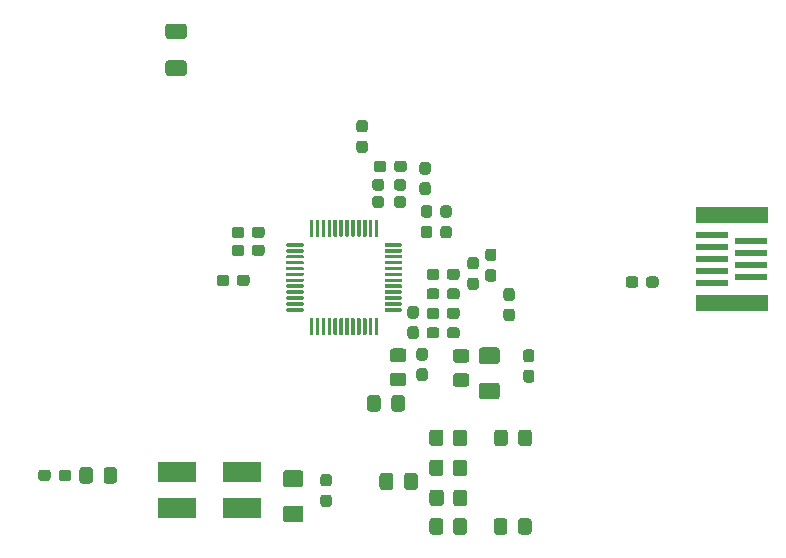
<source format=gtp>
G04 #@! TF.GenerationSoftware,KiCad,Pcbnew,(5.1.12)-1*
G04 #@! TF.CreationDate,2021-12-17T11:46:06+01:00*
G04 #@! TF.ProjectId,eth_phy_KSZ8041MLL_mezzanine,6574685f-7068-4795-9f4b-535a38303431,rev?*
G04 #@! TF.SameCoordinates,Original*
G04 #@! TF.FileFunction,Paste,Top*
G04 #@! TF.FilePolarity,Positive*
%FSLAX46Y46*%
G04 Gerber Fmt 4.6, Leading zero omitted, Abs format (unit mm)*
G04 Created by KiCad (PCBNEW (5.1.12)-1) date 2021-12-17 11:46:06*
%MOMM*%
%LPD*%
G01*
G04 APERTURE LIST*
%ADD10R,6.096000X1.397000*%
%ADD11R,2.794000X0.609600*%
%ADD12R,3.300000X1.700000*%
G04 APERTURE END LIST*
G36*
G01*
X140479400Y-120314601D02*
X140479400Y-119414599D01*
G75*
G02*
X140729399Y-119164600I249999J0D01*
G01*
X141379401Y-119164600D01*
G75*
G02*
X141629400Y-119414599I0J-249999D01*
G01*
X141629400Y-120314601D01*
G75*
G02*
X141379401Y-120564600I-249999J0D01*
G01*
X140729399Y-120564600D01*
G75*
G02*
X140479400Y-120314601I0J249999D01*
G01*
G37*
G36*
G01*
X138429400Y-120314601D02*
X138429400Y-119414599D01*
G75*
G02*
X138679399Y-119164600I249999J0D01*
G01*
X139329401Y-119164600D01*
G75*
G02*
X139579400Y-119414599I0J-249999D01*
G01*
X139579400Y-120314601D01*
G75*
G02*
X139329401Y-120564600I-249999J0D01*
G01*
X138679399Y-120564600D01*
G75*
G02*
X138429400Y-120314601I0J249999D01*
G01*
G37*
D10*
X158537000Y-100991100D03*
X158537000Y-108436100D03*
D11*
X156886000Y-102713600D03*
X160188000Y-103213600D03*
X156886000Y-103713600D03*
X160188000Y-104213600D03*
X156886000Y-104713600D03*
X160188000Y-105213600D03*
X156886000Y-105713600D03*
X160188000Y-106213600D03*
X156886000Y-106713600D03*
G36*
G01*
X128630000Y-109773600D02*
X128630000Y-111098600D01*
G75*
G02*
X128555000Y-111173600I-75000J0D01*
G01*
X128405000Y-111173600D01*
G75*
G02*
X128330000Y-111098600I0J75000D01*
G01*
X128330000Y-109773600D01*
G75*
G02*
X128405000Y-109698600I75000J0D01*
G01*
X128555000Y-109698600D01*
G75*
G02*
X128630000Y-109773600I0J-75000D01*
G01*
G37*
G36*
G01*
X128130000Y-109773600D02*
X128130000Y-111098600D01*
G75*
G02*
X128055000Y-111173600I-75000J0D01*
G01*
X127905000Y-111173600D01*
G75*
G02*
X127830000Y-111098600I0J75000D01*
G01*
X127830000Y-109773600D01*
G75*
G02*
X127905000Y-109698600I75000J0D01*
G01*
X128055000Y-109698600D01*
G75*
G02*
X128130000Y-109773600I0J-75000D01*
G01*
G37*
G36*
G01*
X127630000Y-109773600D02*
X127630000Y-111098600D01*
G75*
G02*
X127555000Y-111173600I-75000J0D01*
G01*
X127405000Y-111173600D01*
G75*
G02*
X127330000Y-111098600I0J75000D01*
G01*
X127330000Y-109773600D01*
G75*
G02*
X127405000Y-109698600I75000J0D01*
G01*
X127555000Y-109698600D01*
G75*
G02*
X127630000Y-109773600I0J-75000D01*
G01*
G37*
G36*
G01*
X127130000Y-109773600D02*
X127130000Y-111098600D01*
G75*
G02*
X127055000Y-111173600I-75000J0D01*
G01*
X126905000Y-111173600D01*
G75*
G02*
X126830000Y-111098600I0J75000D01*
G01*
X126830000Y-109773600D01*
G75*
G02*
X126905000Y-109698600I75000J0D01*
G01*
X127055000Y-109698600D01*
G75*
G02*
X127130000Y-109773600I0J-75000D01*
G01*
G37*
G36*
G01*
X126630000Y-109773600D02*
X126630000Y-111098600D01*
G75*
G02*
X126555000Y-111173600I-75000J0D01*
G01*
X126405000Y-111173600D01*
G75*
G02*
X126330000Y-111098600I0J75000D01*
G01*
X126330000Y-109773600D01*
G75*
G02*
X126405000Y-109698600I75000J0D01*
G01*
X126555000Y-109698600D01*
G75*
G02*
X126630000Y-109773600I0J-75000D01*
G01*
G37*
G36*
G01*
X126130000Y-109773600D02*
X126130000Y-111098600D01*
G75*
G02*
X126055000Y-111173600I-75000J0D01*
G01*
X125905000Y-111173600D01*
G75*
G02*
X125830000Y-111098600I0J75000D01*
G01*
X125830000Y-109773600D01*
G75*
G02*
X125905000Y-109698600I75000J0D01*
G01*
X126055000Y-109698600D01*
G75*
G02*
X126130000Y-109773600I0J-75000D01*
G01*
G37*
G36*
G01*
X125630000Y-109773600D02*
X125630000Y-111098600D01*
G75*
G02*
X125555000Y-111173600I-75000J0D01*
G01*
X125405000Y-111173600D01*
G75*
G02*
X125330000Y-111098600I0J75000D01*
G01*
X125330000Y-109773600D01*
G75*
G02*
X125405000Y-109698600I75000J0D01*
G01*
X125555000Y-109698600D01*
G75*
G02*
X125630000Y-109773600I0J-75000D01*
G01*
G37*
G36*
G01*
X125130000Y-109773600D02*
X125130000Y-111098600D01*
G75*
G02*
X125055000Y-111173600I-75000J0D01*
G01*
X124905000Y-111173600D01*
G75*
G02*
X124830000Y-111098600I0J75000D01*
G01*
X124830000Y-109773600D01*
G75*
G02*
X124905000Y-109698600I75000J0D01*
G01*
X125055000Y-109698600D01*
G75*
G02*
X125130000Y-109773600I0J-75000D01*
G01*
G37*
G36*
G01*
X124630000Y-109773600D02*
X124630000Y-111098600D01*
G75*
G02*
X124555000Y-111173600I-75000J0D01*
G01*
X124405000Y-111173600D01*
G75*
G02*
X124330000Y-111098600I0J75000D01*
G01*
X124330000Y-109773600D01*
G75*
G02*
X124405000Y-109698600I75000J0D01*
G01*
X124555000Y-109698600D01*
G75*
G02*
X124630000Y-109773600I0J-75000D01*
G01*
G37*
G36*
G01*
X124130000Y-109773600D02*
X124130000Y-111098600D01*
G75*
G02*
X124055000Y-111173600I-75000J0D01*
G01*
X123905000Y-111173600D01*
G75*
G02*
X123830000Y-111098600I0J75000D01*
G01*
X123830000Y-109773600D01*
G75*
G02*
X123905000Y-109698600I75000J0D01*
G01*
X124055000Y-109698600D01*
G75*
G02*
X124130000Y-109773600I0J-75000D01*
G01*
G37*
G36*
G01*
X123630000Y-109773600D02*
X123630000Y-111098600D01*
G75*
G02*
X123555000Y-111173600I-75000J0D01*
G01*
X123405000Y-111173600D01*
G75*
G02*
X123330000Y-111098600I0J75000D01*
G01*
X123330000Y-109773600D01*
G75*
G02*
X123405000Y-109698600I75000J0D01*
G01*
X123555000Y-109698600D01*
G75*
G02*
X123630000Y-109773600I0J-75000D01*
G01*
G37*
G36*
G01*
X123130000Y-109773600D02*
X123130000Y-111098600D01*
G75*
G02*
X123055000Y-111173600I-75000J0D01*
G01*
X122905000Y-111173600D01*
G75*
G02*
X122830000Y-111098600I0J75000D01*
G01*
X122830000Y-109773600D01*
G75*
G02*
X122905000Y-109698600I75000J0D01*
G01*
X123055000Y-109698600D01*
G75*
G02*
X123130000Y-109773600I0J-75000D01*
G01*
G37*
G36*
G01*
X122305000Y-108948600D02*
X122305000Y-109098600D01*
G75*
G02*
X122230000Y-109173600I-75000J0D01*
G01*
X120905000Y-109173600D01*
G75*
G02*
X120830000Y-109098600I0J75000D01*
G01*
X120830000Y-108948600D01*
G75*
G02*
X120905000Y-108873600I75000J0D01*
G01*
X122230000Y-108873600D01*
G75*
G02*
X122305000Y-108948600I0J-75000D01*
G01*
G37*
G36*
G01*
X122305000Y-108448600D02*
X122305000Y-108598600D01*
G75*
G02*
X122230000Y-108673600I-75000J0D01*
G01*
X120905000Y-108673600D01*
G75*
G02*
X120830000Y-108598600I0J75000D01*
G01*
X120830000Y-108448600D01*
G75*
G02*
X120905000Y-108373600I75000J0D01*
G01*
X122230000Y-108373600D01*
G75*
G02*
X122305000Y-108448600I0J-75000D01*
G01*
G37*
G36*
G01*
X122305000Y-107948600D02*
X122305000Y-108098600D01*
G75*
G02*
X122230000Y-108173600I-75000J0D01*
G01*
X120905000Y-108173600D01*
G75*
G02*
X120830000Y-108098600I0J75000D01*
G01*
X120830000Y-107948600D01*
G75*
G02*
X120905000Y-107873600I75000J0D01*
G01*
X122230000Y-107873600D01*
G75*
G02*
X122305000Y-107948600I0J-75000D01*
G01*
G37*
G36*
G01*
X122305000Y-107448600D02*
X122305000Y-107598600D01*
G75*
G02*
X122230000Y-107673600I-75000J0D01*
G01*
X120905000Y-107673600D01*
G75*
G02*
X120830000Y-107598600I0J75000D01*
G01*
X120830000Y-107448600D01*
G75*
G02*
X120905000Y-107373600I75000J0D01*
G01*
X122230000Y-107373600D01*
G75*
G02*
X122305000Y-107448600I0J-75000D01*
G01*
G37*
G36*
G01*
X122305000Y-106948600D02*
X122305000Y-107098600D01*
G75*
G02*
X122230000Y-107173600I-75000J0D01*
G01*
X120905000Y-107173600D01*
G75*
G02*
X120830000Y-107098600I0J75000D01*
G01*
X120830000Y-106948600D01*
G75*
G02*
X120905000Y-106873600I75000J0D01*
G01*
X122230000Y-106873600D01*
G75*
G02*
X122305000Y-106948600I0J-75000D01*
G01*
G37*
G36*
G01*
X122305000Y-106448600D02*
X122305000Y-106598600D01*
G75*
G02*
X122230000Y-106673600I-75000J0D01*
G01*
X120905000Y-106673600D01*
G75*
G02*
X120830000Y-106598600I0J75000D01*
G01*
X120830000Y-106448600D01*
G75*
G02*
X120905000Y-106373600I75000J0D01*
G01*
X122230000Y-106373600D01*
G75*
G02*
X122305000Y-106448600I0J-75000D01*
G01*
G37*
G36*
G01*
X122305000Y-105948600D02*
X122305000Y-106098600D01*
G75*
G02*
X122230000Y-106173600I-75000J0D01*
G01*
X120905000Y-106173600D01*
G75*
G02*
X120830000Y-106098600I0J75000D01*
G01*
X120830000Y-105948600D01*
G75*
G02*
X120905000Y-105873600I75000J0D01*
G01*
X122230000Y-105873600D01*
G75*
G02*
X122305000Y-105948600I0J-75000D01*
G01*
G37*
G36*
G01*
X122305000Y-105448600D02*
X122305000Y-105598600D01*
G75*
G02*
X122230000Y-105673600I-75000J0D01*
G01*
X120905000Y-105673600D01*
G75*
G02*
X120830000Y-105598600I0J75000D01*
G01*
X120830000Y-105448600D01*
G75*
G02*
X120905000Y-105373600I75000J0D01*
G01*
X122230000Y-105373600D01*
G75*
G02*
X122305000Y-105448600I0J-75000D01*
G01*
G37*
G36*
G01*
X122305000Y-104948600D02*
X122305000Y-105098600D01*
G75*
G02*
X122230000Y-105173600I-75000J0D01*
G01*
X120905000Y-105173600D01*
G75*
G02*
X120830000Y-105098600I0J75000D01*
G01*
X120830000Y-104948600D01*
G75*
G02*
X120905000Y-104873600I75000J0D01*
G01*
X122230000Y-104873600D01*
G75*
G02*
X122305000Y-104948600I0J-75000D01*
G01*
G37*
G36*
G01*
X122305000Y-104448600D02*
X122305000Y-104598600D01*
G75*
G02*
X122230000Y-104673600I-75000J0D01*
G01*
X120905000Y-104673600D01*
G75*
G02*
X120830000Y-104598600I0J75000D01*
G01*
X120830000Y-104448600D01*
G75*
G02*
X120905000Y-104373600I75000J0D01*
G01*
X122230000Y-104373600D01*
G75*
G02*
X122305000Y-104448600I0J-75000D01*
G01*
G37*
G36*
G01*
X122305000Y-103948600D02*
X122305000Y-104098600D01*
G75*
G02*
X122230000Y-104173600I-75000J0D01*
G01*
X120905000Y-104173600D01*
G75*
G02*
X120830000Y-104098600I0J75000D01*
G01*
X120830000Y-103948600D01*
G75*
G02*
X120905000Y-103873600I75000J0D01*
G01*
X122230000Y-103873600D01*
G75*
G02*
X122305000Y-103948600I0J-75000D01*
G01*
G37*
G36*
G01*
X122305000Y-103448600D02*
X122305000Y-103598600D01*
G75*
G02*
X122230000Y-103673600I-75000J0D01*
G01*
X120905000Y-103673600D01*
G75*
G02*
X120830000Y-103598600I0J75000D01*
G01*
X120830000Y-103448600D01*
G75*
G02*
X120905000Y-103373600I75000J0D01*
G01*
X122230000Y-103373600D01*
G75*
G02*
X122305000Y-103448600I0J-75000D01*
G01*
G37*
G36*
G01*
X123130000Y-101448600D02*
X123130000Y-102773600D01*
G75*
G02*
X123055000Y-102848600I-75000J0D01*
G01*
X122905000Y-102848600D01*
G75*
G02*
X122830000Y-102773600I0J75000D01*
G01*
X122830000Y-101448600D01*
G75*
G02*
X122905000Y-101373600I75000J0D01*
G01*
X123055000Y-101373600D01*
G75*
G02*
X123130000Y-101448600I0J-75000D01*
G01*
G37*
G36*
G01*
X123630000Y-101448600D02*
X123630000Y-102773600D01*
G75*
G02*
X123555000Y-102848600I-75000J0D01*
G01*
X123405000Y-102848600D01*
G75*
G02*
X123330000Y-102773600I0J75000D01*
G01*
X123330000Y-101448600D01*
G75*
G02*
X123405000Y-101373600I75000J0D01*
G01*
X123555000Y-101373600D01*
G75*
G02*
X123630000Y-101448600I0J-75000D01*
G01*
G37*
G36*
G01*
X124130000Y-101448600D02*
X124130000Y-102773600D01*
G75*
G02*
X124055000Y-102848600I-75000J0D01*
G01*
X123905000Y-102848600D01*
G75*
G02*
X123830000Y-102773600I0J75000D01*
G01*
X123830000Y-101448600D01*
G75*
G02*
X123905000Y-101373600I75000J0D01*
G01*
X124055000Y-101373600D01*
G75*
G02*
X124130000Y-101448600I0J-75000D01*
G01*
G37*
G36*
G01*
X124630000Y-101448600D02*
X124630000Y-102773600D01*
G75*
G02*
X124555000Y-102848600I-75000J0D01*
G01*
X124405000Y-102848600D01*
G75*
G02*
X124330000Y-102773600I0J75000D01*
G01*
X124330000Y-101448600D01*
G75*
G02*
X124405000Y-101373600I75000J0D01*
G01*
X124555000Y-101373600D01*
G75*
G02*
X124630000Y-101448600I0J-75000D01*
G01*
G37*
G36*
G01*
X125130000Y-101448600D02*
X125130000Y-102773600D01*
G75*
G02*
X125055000Y-102848600I-75000J0D01*
G01*
X124905000Y-102848600D01*
G75*
G02*
X124830000Y-102773600I0J75000D01*
G01*
X124830000Y-101448600D01*
G75*
G02*
X124905000Y-101373600I75000J0D01*
G01*
X125055000Y-101373600D01*
G75*
G02*
X125130000Y-101448600I0J-75000D01*
G01*
G37*
G36*
G01*
X125630000Y-101448600D02*
X125630000Y-102773600D01*
G75*
G02*
X125555000Y-102848600I-75000J0D01*
G01*
X125405000Y-102848600D01*
G75*
G02*
X125330000Y-102773600I0J75000D01*
G01*
X125330000Y-101448600D01*
G75*
G02*
X125405000Y-101373600I75000J0D01*
G01*
X125555000Y-101373600D01*
G75*
G02*
X125630000Y-101448600I0J-75000D01*
G01*
G37*
G36*
G01*
X126130000Y-101448600D02*
X126130000Y-102773600D01*
G75*
G02*
X126055000Y-102848600I-75000J0D01*
G01*
X125905000Y-102848600D01*
G75*
G02*
X125830000Y-102773600I0J75000D01*
G01*
X125830000Y-101448600D01*
G75*
G02*
X125905000Y-101373600I75000J0D01*
G01*
X126055000Y-101373600D01*
G75*
G02*
X126130000Y-101448600I0J-75000D01*
G01*
G37*
G36*
G01*
X126630000Y-101448600D02*
X126630000Y-102773600D01*
G75*
G02*
X126555000Y-102848600I-75000J0D01*
G01*
X126405000Y-102848600D01*
G75*
G02*
X126330000Y-102773600I0J75000D01*
G01*
X126330000Y-101448600D01*
G75*
G02*
X126405000Y-101373600I75000J0D01*
G01*
X126555000Y-101373600D01*
G75*
G02*
X126630000Y-101448600I0J-75000D01*
G01*
G37*
G36*
G01*
X127130000Y-101448600D02*
X127130000Y-102773600D01*
G75*
G02*
X127055000Y-102848600I-75000J0D01*
G01*
X126905000Y-102848600D01*
G75*
G02*
X126830000Y-102773600I0J75000D01*
G01*
X126830000Y-101448600D01*
G75*
G02*
X126905000Y-101373600I75000J0D01*
G01*
X127055000Y-101373600D01*
G75*
G02*
X127130000Y-101448600I0J-75000D01*
G01*
G37*
G36*
G01*
X127630000Y-101448600D02*
X127630000Y-102773600D01*
G75*
G02*
X127555000Y-102848600I-75000J0D01*
G01*
X127405000Y-102848600D01*
G75*
G02*
X127330000Y-102773600I0J75000D01*
G01*
X127330000Y-101448600D01*
G75*
G02*
X127405000Y-101373600I75000J0D01*
G01*
X127555000Y-101373600D01*
G75*
G02*
X127630000Y-101448600I0J-75000D01*
G01*
G37*
G36*
G01*
X128130000Y-101448600D02*
X128130000Y-102773600D01*
G75*
G02*
X128055000Y-102848600I-75000J0D01*
G01*
X127905000Y-102848600D01*
G75*
G02*
X127830000Y-102773600I0J75000D01*
G01*
X127830000Y-101448600D01*
G75*
G02*
X127905000Y-101373600I75000J0D01*
G01*
X128055000Y-101373600D01*
G75*
G02*
X128130000Y-101448600I0J-75000D01*
G01*
G37*
G36*
G01*
X128630000Y-101448600D02*
X128630000Y-102773600D01*
G75*
G02*
X128555000Y-102848600I-75000J0D01*
G01*
X128405000Y-102848600D01*
G75*
G02*
X128330000Y-102773600I0J75000D01*
G01*
X128330000Y-101448600D01*
G75*
G02*
X128405000Y-101373600I75000J0D01*
G01*
X128555000Y-101373600D01*
G75*
G02*
X128630000Y-101448600I0J-75000D01*
G01*
G37*
G36*
G01*
X130630000Y-103448600D02*
X130630000Y-103598600D01*
G75*
G02*
X130555000Y-103673600I-75000J0D01*
G01*
X129230000Y-103673600D01*
G75*
G02*
X129155000Y-103598600I0J75000D01*
G01*
X129155000Y-103448600D01*
G75*
G02*
X129230000Y-103373600I75000J0D01*
G01*
X130555000Y-103373600D01*
G75*
G02*
X130630000Y-103448600I0J-75000D01*
G01*
G37*
G36*
G01*
X130630000Y-103948600D02*
X130630000Y-104098600D01*
G75*
G02*
X130555000Y-104173600I-75000J0D01*
G01*
X129230000Y-104173600D01*
G75*
G02*
X129155000Y-104098600I0J75000D01*
G01*
X129155000Y-103948600D01*
G75*
G02*
X129230000Y-103873600I75000J0D01*
G01*
X130555000Y-103873600D01*
G75*
G02*
X130630000Y-103948600I0J-75000D01*
G01*
G37*
G36*
G01*
X130630000Y-104448600D02*
X130630000Y-104598600D01*
G75*
G02*
X130555000Y-104673600I-75000J0D01*
G01*
X129230000Y-104673600D01*
G75*
G02*
X129155000Y-104598600I0J75000D01*
G01*
X129155000Y-104448600D01*
G75*
G02*
X129230000Y-104373600I75000J0D01*
G01*
X130555000Y-104373600D01*
G75*
G02*
X130630000Y-104448600I0J-75000D01*
G01*
G37*
G36*
G01*
X130630000Y-104948600D02*
X130630000Y-105098600D01*
G75*
G02*
X130555000Y-105173600I-75000J0D01*
G01*
X129230000Y-105173600D01*
G75*
G02*
X129155000Y-105098600I0J75000D01*
G01*
X129155000Y-104948600D01*
G75*
G02*
X129230000Y-104873600I75000J0D01*
G01*
X130555000Y-104873600D01*
G75*
G02*
X130630000Y-104948600I0J-75000D01*
G01*
G37*
G36*
G01*
X130630000Y-105448600D02*
X130630000Y-105598600D01*
G75*
G02*
X130555000Y-105673600I-75000J0D01*
G01*
X129230000Y-105673600D01*
G75*
G02*
X129155000Y-105598600I0J75000D01*
G01*
X129155000Y-105448600D01*
G75*
G02*
X129230000Y-105373600I75000J0D01*
G01*
X130555000Y-105373600D01*
G75*
G02*
X130630000Y-105448600I0J-75000D01*
G01*
G37*
G36*
G01*
X130630000Y-105948600D02*
X130630000Y-106098600D01*
G75*
G02*
X130555000Y-106173600I-75000J0D01*
G01*
X129230000Y-106173600D01*
G75*
G02*
X129155000Y-106098600I0J75000D01*
G01*
X129155000Y-105948600D01*
G75*
G02*
X129230000Y-105873600I75000J0D01*
G01*
X130555000Y-105873600D01*
G75*
G02*
X130630000Y-105948600I0J-75000D01*
G01*
G37*
G36*
G01*
X130630000Y-106448600D02*
X130630000Y-106598600D01*
G75*
G02*
X130555000Y-106673600I-75000J0D01*
G01*
X129230000Y-106673600D01*
G75*
G02*
X129155000Y-106598600I0J75000D01*
G01*
X129155000Y-106448600D01*
G75*
G02*
X129230000Y-106373600I75000J0D01*
G01*
X130555000Y-106373600D01*
G75*
G02*
X130630000Y-106448600I0J-75000D01*
G01*
G37*
G36*
G01*
X130630000Y-106948600D02*
X130630000Y-107098600D01*
G75*
G02*
X130555000Y-107173600I-75000J0D01*
G01*
X129230000Y-107173600D01*
G75*
G02*
X129155000Y-107098600I0J75000D01*
G01*
X129155000Y-106948600D01*
G75*
G02*
X129230000Y-106873600I75000J0D01*
G01*
X130555000Y-106873600D01*
G75*
G02*
X130630000Y-106948600I0J-75000D01*
G01*
G37*
G36*
G01*
X130630000Y-107448600D02*
X130630000Y-107598600D01*
G75*
G02*
X130555000Y-107673600I-75000J0D01*
G01*
X129230000Y-107673600D01*
G75*
G02*
X129155000Y-107598600I0J75000D01*
G01*
X129155000Y-107448600D01*
G75*
G02*
X129230000Y-107373600I75000J0D01*
G01*
X130555000Y-107373600D01*
G75*
G02*
X130630000Y-107448600I0J-75000D01*
G01*
G37*
G36*
G01*
X130630000Y-107948600D02*
X130630000Y-108098600D01*
G75*
G02*
X130555000Y-108173600I-75000J0D01*
G01*
X129230000Y-108173600D01*
G75*
G02*
X129155000Y-108098600I0J75000D01*
G01*
X129155000Y-107948600D01*
G75*
G02*
X129230000Y-107873600I75000J0D01*
G01*
X130555000Y-107873600D01*
G75*
G02*
X130630000Y-107948600I0J-75000D01*
G01*
G37*
G36*
G01*
X130630000Y-108448600D02*
X130630000Y-108598600D01*
G75*
G02*
X130555000Y-108673600I-75000J0D01*
G01*
X129230000Y-108673600D01*
G75*
G02*
X129155000Y-108598600I0J75000D01*
G01*
X129155000Y-108448600D01*
G75*
G02*
X129230000Y-108373600I75000J0D01*
G01*
X130555000Y-108373600D01*
G75*
G02*
X130630000Y-108448600I0J-75000D01*
G01*
G37*
G36*
G01*
X130630000Y-108948600D02*
X130630000Y-109098600D01*
G75*
G02*
X130555000Y-109173600I-75000J0D01*
G01*
X129230000Y-109173600D01*
G75*
G02*
X129155000Y-109098600I0J75000D01*
G01*
X129155000Y-108948600D01*
G75*
G02*
X129230000Y-108873600I75000J0D01*
G01*
X130555000Y-108873600D01*
G75*
G02*
X130630000Y-108948600I0J-75000D01*
G01*
G37*
G36*
G01*
X104461000Y-122587599D02*
X104461000Y-123487601D01*
G75*
G02*
X104211001Y-123737600I-249999J0D01*
G01*
X103560999Y-123737600D01*
G75*
G02*
X103311000Y-123487601I0J249999D01*
G01*
X103311000Y-122587599D01*
G75*
G02*
X103560999Y-122337600I249999J0D01*
G01*
X104211001Y-122337600D01*
G75*
G02*
X104461000Y-122587599I0J-249999D01*
G01*
G37*
G36*
G01*
X106511000Y-122587599D02*
X106511000Y-123487601D01*
G75*
G02*
X106261001Y-123737600I-249999J0D01*
G01*
X105610999Y-123737600D01*
G75*
G02*
X105361000Y-123487601I0J249999D01*
G01*
X105361000Y-122587599D01*
G75*
G02*
X105610999Y-122337600I249999J0D01*
G01*
X106261001Y-122337600D01*
G75*
G02*
X106511000Y-122587599I0J-249999D01*
G01*
G37*
G36*
G01*
X135185999Y-114394400D02*
X136086001Y-114394400D01*
G75*
G02*
X136336000Y-114644399I0J-249999D01*
G01*
X136336000Y-115294401D01*
G75*
G02*
X136086001Y-115544400I-249999J0D01*
G01*
X135185999Y-115544400D01*
G75*
G02*
X134936000Y-115294401I0J249999D01*
G01*
X134936000Y-114644399D01*
G75*
G02*
X135185999Y-114394400I249999J0D01*
G01*
G37*
G36*
G01*
X135185999Y-112344400D02*
X136086001Y-112344400D01*
G75*
G02*
X136336000Y-112594399I0J-249999D01*
G01*
X136336000Y-113244401D01*
G75*
G02*
X136086001Y-113494400I-249999J0D01*
G01*
X135185999Y-113494400D01*
G75*
G02*
X134936000Y-113244401I0J249999D01*
G01*
X134936000Y-112594399D01*
G75*
G02*
X135185999Y-112344400I249999J0D01*
G01*
G37*
G36*
G01*
X129851999Y-114343600D02*
X130752001Y-114343600D01*
G75*
G02*
X131002000Y-114593599I0J-249999D01*
G01*
X131002000Y-115243601D01*
G75*
G02*
X130752001Y-115493600I-249999J0D01*
G01*
X129851999Y-115493600D01*
G75*
G02*
X129602000Y-115243601I0J249999D01*
G01*
X129602000Y-114593599D01*
G75*
G02*
X129851999Y-114343600I249999J0D01*
G01*
G37*
G36*
G01*
X129851999Y-112293600D02*
X130752001Y-112293600D01*
G75*
G02*
X131002000Y-112543599I0J-249999D01*
G01*
X131002000Y-113193601D01*
G75*
G02*
X130752001Y-113443600I-249999J0D01*
G01*
X129851999Y-113443600D01*
G75*
G02*
X129602000Y-113193601I0J249999D01*
G01*
X129602000Y-112543599D01*
G75*
G02*
X129851999Y-112293600I249999J0D01*
G01*
G37*
D12*
X117050000Y-125831600D03*
X111550000Y-125831600D03*
G36*
G01*
X131334500Y-110408600D02*
X131809500Y-110408600D01*
G75*
G02*
X132047000Y-110646100I0J-237500D01*
G01*
X132047000Y-111246100D01*
G75*
G02*
X131809500Y-111483600I-237500J0D01*
G01*
X131334500Y-111483600D01*
G75*
G02*
X131097000Y-111246100I0J237500D01*
G01*
X131097000Y-110646100D01*
G75*
G02*
X131334500Y-110408600I237500J0D01*
G01*
G37*
G36*
G01*
X131334500Y-108683600D02*
X131809500Y-108683600D01*
G75*
G02*
X132047000Y-108921100I0J-237500D01*
G01*
X132047000Y-109521100D01*
G75*
G02*
X131809500Y-109758600I-237500J0D01*
G01*
X131334500Y-109758600D01*
G75*
G02*
X131097000Y-109521100I0J237500D01*
G01*
X131097000Y-108921100D01*
G75*
G02*
X131334500Y-108683600I237500J0D01*
G01*
G37*
G36*
G01*
X129727000Y-117391601D02*
X129727000Y-116491599D01*
G75*
G02*
X129976999Y-116241600I249999J0D01*
G01*
X130627001Y-116241600D01*
G75*
G02*
X130877000Y-116491599I0J-249999D01*
G01*
X130877000Y-117391601D01*
G75*
G02*
X130627001Y-117641600I-249999J0D01*
G01*
X129976999Y-117641600D01*
G75*
G02*
X129727000Y-117391601I0J249999D01*
G01*
G37*
G36*
G01*
X127677000Y-117391601D02*
X127677000Y-116491599D01*
G75*
G02*
X127926999Y-116241600I249999J0D01*
G01*
X128577001Y-116241600D01*
G75*
G02*
X128827000Y-116491599I0J-249999D01*
G01*
X128827000Y-117391601D01*
G75*
G02*
X128577001Y-117641600I-249999J0D01*
G01*
X127926999Y-117641600D01*
G75*
G02*
X127677000Y-117391601I0J249999D01*
G01*
G37*
X117050000Y-122783600D03*
X111550000Y-122783600D03*
G36*
G01*
X116007000Y-106290100D02*
X116007000Y-106765100D01*
G75*
G02*
X115769500Y-107002600I-237500J0D01*
G01*
X115169500Y-107002600D01*
G75*
G02*
X114932000Y-106765100I0J237500D01*
G01*
X114932000Y-106290100D01*
G75*
G02*
X115169500Y-106052600I237500J0D01*
G01*
X115769500Y-106052600D01*
G75*
G02*
X116007000Y-106290100I0J-237500D01*
G01*
G37*
G36*
G01*
X117732000Y-106290100D02*
X117732000Y-106765100D01*
G75*
G02*
X117494500Y-107002600I-237500J0D01*
G01*
X116894500Y-107002600D01*
G75*
G02*
X116657000Y-106765100I0J237500D01*
G01*
X116657000Y-106290100D01*
G75*
G02*
X116894500Y-106052600I237500J0D01*
G01*
X117494500Y-106052600D01*
G75*
G02*
X117732000Y-106290100I0J-237500D01*
G01*
G37*
G36*
G01*
X134437000Y-107908100D02*
X134437000Y-107433100D01*
G75*
G02*
X134674500Y-107195600I237500J0D01*
G01*
X135274500Y-107195600D01*
G75*
G02*
X135512000Y-107433100I0J-237500D01*
G01*
X135512000Y-107908100D01*
G75*
G02*
X135274500Y-108145600I-237500J0D01*
G01*
X134674500Y-108145600D01*
G75*
G02*
X134437000Y-107908100I0J237500D01*
G01*
G37*
G36*
G01*
X132712000Y-107908100D02*
X132712000Y-107433100D01*
G75*
G02*
X132949500Y-107195600I237500J0D01*
G01*
X133549500Y-107195600D01*
G75*
G02*
X133787000Y-107433100I0J-237500D01*
G01*
X133787000Y-107908100D01*
G75*
G02*
X133549500Y-108145600I-237500J0D01*
G01*
X132949500Y-108145600D01*
G75*
G02*
X132712000Y-107908100I0J237500D01*
G01*
G37*
G36*
G01*
X134437000Y-111210100D02*
X134437000Y-110735100D01*
G75*
G02*
X134674500Y-110497600I237500J0D01*
G01*
X135274500Y-110497600D01*
G75*
G02*
X135512000Y-110735100I0J-237500D01*
G01*
X135512000Y-111210100D01*
G75*
G02*
X135274500Y-111447600I-237500J0D01*
G01*
X134674500Y-111447600D01*
G75*
G02*
X134437000Y-111210100I0J237500D01*
G01*
G37*
G36*
G01*
X132712000Y-111210100D02*
X132712000Y-110735100D01*
G75*
G02*
X132949500Y-110497600I237500J0D01*
G01*
X133549500Y-110497600D01*
G75*
G02*
X133787000Y-110735100I0J-237500D01*
G01*
X133787000Y-111210100D01*
G75*
G02*
X133549500Y-111447600I-237500J0D01*
G01*
X132949500Y-111447600D01*
G75*
G02*
X132712000Y-111210100I0J237500D01*
G01*
G37*
G36*
G01*
X129315500Y-96638100D02*
X129315500Y-97113100D01*
G75*
G02*
X129078000Y-97350600I-237500J0D01*
G01*
X128478000Y-97350600D01*
G75*
G02*
X128240500Y-97113100I0J237500D01*
G01*
X128240500Y-96638100D01*
G75*
G02*
X128478000Y-96400600I237500J0D01*
G01*
X129078000Y-96400600D01*
G75*
G02*
X129315500Y-96638100I0J-237500D01*
G01*
G37*
G36*
G01*
X131040500Y-96638100D02*
X131040500Y-97113100D01*
G75*
G02*
X130803000Y-97350600I-237500J0D01*
G01*
X130203000Y-97350600D01*
G75*
G02*
X129965500Y-97113100I0J237500D01*
G01*
X129965500Y-96638100D01*
G75*
G02*
X130203000Y-96400600I237500J0D01*
G01*
X130803000Y-96400600D01*
G75*
G02*
X131040500Y-96638100I0J-237500D01*
G01*
G37*
G36*
G01*
X112156001Y-86108100D02*
X110855999Y-86108100D01*
G75*
G02*
X110606000Y-85858101I0J249999D01*
G01*
X110606000Y-85033099D01*
G75*
G02*
X110855999Y-84783100I249999J0D01*
G01*
X112156001Y-84783100D01*
G75*
G02*
X112406000Y-85033099I0J-249999D01*
G01*
X112406000Y-85858101D01*
G75*
G02*
X112156001Y-86108100I-249999J0D01*
G01*
G37*
G36*
G01*
X112156001Y-89233100D02*
X110855999Y-89233100D01*
G75*
G02*
X110606000Y-88983101I0J249999D01*
G01*
X110606000Y-88158099D01*
G75*
G02*
X110855999Y-87908100I249999J0D01*
G01*
X112156001Y-87908100D01*
G75*
G02*
X112406000Y-88158099I0J-249999D01*
G01*
X112406000Y-88983101D01*
G75*
G02*
X112156001Y-89233100I-249999J0D01*
G01*
G37*
G36*
G01*
X132096500Y-113964600D02*
X132571500Y-113964600D01*
G75*
G02*
X132809000Y-114202100I0J-237500D01*
G01*
X132809000Y-114802100D01*
G75*
G02*
X132571500Y-115039600I-237500J0D01*
G01*
X132096500Y-115039600D01*
G75*
G02*
X131859000Y-114802100I0J237500D01*
G01*
X131859000Y-114202100D01*
G75*
G02*
X132096500Y-113964600I237500J0D01*
G01*
G37*
G36*
G01*
X132096500Y-112239600D02*
X132571500Y-112239600D01*
G75*
G02*
X132809000Y-112477100I0J-237500D01*
G01*
X132809000Y-113077100D01*
G75*
G02*
X132571500Y-113314600I-237500J0D01*
G01*
X132096500Y-113314600D01*
G75*
G02*
X131859000Y-113077100I0J237500D01*
G01*
X131859000Y-112477100D01*
G75*
G02*
X132096500Y-112239600I237500J0D01*
G01*
G37*
G36*
G01*
X134437000Y-106257100D02*
X134437000Y-105782100D01*
G75*
G02*
X134674500Y-105544600I237500J0D01*
G01*
X135274500Y-105544600D01*
G75*
G02*
X135512000Y-105782100I0J-237500D01*
G01*
X135512000Y-106257100D01*
G75*
G02*
X135274500Y-106494600I-237500J0D01*
G01*
X134674500Y-106494600D01*
G75*
G02*
X134437000Y-106257100I0J237500D01*
G01*
G37*
G36*
G01*
X132712000Y-106257100D02*
X132712000Y-105782100D01*
G75*
G02*
X132949500Y-105544600I237500J0D01*
G01*
X133549500Y-105544600D01*
G75*
G02*
X133787000Y-105782100I0J-237500D01*
G01*
X133787000Y-106257100D01*
G75*
G02*
X133549500Y-106494600I-237500J0D01*
G01*
X132949500Y-106494600D01*
G75*
G02*
X132712000Y-106257100I0J237500D01*
G01*
G37*
G36*
G01*
X137398600Y-115176600D02*
X138648600Y-115176600D01*
G75*
G02*
X138898600Y-115426600I0J-250000D01*
G01*
X138898600Y-116351600D01*
G75*
G02*
X138648600Y-116601600I-250000J0D01*
G01*
X137398600Y-116601600D01*
G75*
G02*
X137148600Y-116351600I0J250000D01*
G01*
X137148600Y-115426600D01*
G75*
G02*
X137398600Y-115176600I250000J0D01*
G01*
G37*
G36*
G01*
X137398600Y-112201600D02*
X138648600Y-112201600D01*
G75*
G02*
X138898600Y-112451600I0J-250000D01*
G01*
X138898600Y-113376600D01*
G75*
G02*
X138648600Y-113626600I-250000J0D01*
G01*
X137398600Y-113626600D01*
G75*
G02*
X137148600Y-113376600I0J250000D01*
G01*
X137148600Y-112451600D01*
G75*
G02*
X137398600Y-112201600I250000J0D01*
G01*
G37*
G36*
G01*
X117277000Y-103750100D02*
X117277000Y-104225100D01*
G75*
G02*
X117039500Y-104462600I-237500J0D01*
G01*
X116439500Y-104462600D01*
G75*
G02*
X116202000Y-104225100I0J237500D01*
G01*
X116202000Y-103750100D01*
G75*
G02*
X116439500Y-103512600I237500J0D01*
G01*
X117039500Y-103512600D01*
G75*
G02*
X117277000Y-103750100I0J-237500D01*
G01*
G37*
G36*
G01*
X119002000Y-103750100D02*
X119002000Y-104225100D01*
G75*
G02*
X118764500Y-104462600I-237500J0D01*
G01*
X118164500Y-104462600D01*
G75*
G02*
X117927000Y-104225100I0J237500D01*
G01*
X117927000Y-103750100D01*
G75*
G02*
X118164500Y-103512600I237500J0D01*
G01*
X118764500Y-103512600D01*
G75*
G02*
X119002000Y-103750100I0J-237500D01*
G01*
G37*
G36*
G01*
X117277000Y-102226100D02*
X117277000Y-102701100D01*
G75*
G02*
X117039500Y-102938600I-237500J0D01*
G01*
X116439500Y-102938600D01*
G75*
G02*
X116202000Y-102701100I0J237500D01*
G01*
X116202000Y-102226100D01*
G75*
G02*
X116439500Y-101988600I237500J0D01*
G01*
X117039500Y-101988600D01*
G75*
G02*
X117277000Y-102226100I0J-237500D01*
G01*
G37*
G36*
G01*
X119002000Y-102226100D02*
X119002000Y-102701100D01*
G75*
G02*
X118764500Y-102938600I-237500J0D01*
G01*
X118164500Y-102938600D01*
G75*
G02*
X117927000Y-102701100I0J237500D01*
G01*
X117927000Y-102226100D01*
G75*
G02*
X118164500Y-101988600I237500J0D01*
G01*
X118764500Y-101988600D01*
G75*
G02*
X119002000Y-102226100I0J-237500D01*
G01*
G37*
G36*
G01*
X134437000Y-109559100D02*
X134437000Y-109084100D01*
G75*
G02*
X134674500Y-108846600I237500J0D01*
G01*
X135274500Y-108846600D01*
G75*
G02*
X135512000Y-109084100I0J-237500D01*
G01*
X135512000Y-109559100D01*
G75*
G02*
X135274500Y-109796600I-237500J0D01*
G01*
X134674500Y-109796600D01*
G75*
G02*
X134437000Y-109559100I0J237500D01*
G01*
G37*
G36*
G01*
X132712000Y-109559100D02*
X132712000Y-109084100D01*
G75*
G02*
X132949500Y-108846600I237500J0D01*
G01*
X133549500Y-108846600D01*
G75*
G02*
X133787000Y-109084100I0J-237500D01*
G01*
X133787000Y-109559100D01*
G75*
G02*
X133549500Y-109796600I-237500J0D01*
G01*
X132949500Y-109796600D01*
G75*
G02*
X132712000Y-109559100I0J237500D01*
G01*
G37*
G36*
G01*
X120787000Y-125590600D02*
X122037000Y-125590600D01*
G75*
G02*
X122287000Y-125840600I0J-250000D01*
G01*
X122287000Y-126765600D01*
G75*
G02*
X122037000Y-127015600I-250000J0D01*
G01*
X120787000Y-127015600D01*
G75*
G02*
X120537000Y-126765600I0J250000D01*
G01*
X120537000Y-125840600D01*
G75*
G02*
X120787000Y-125590600I250000J0D01*
G01*
G37*
G36*
G01*
X120787000Y-122615600D02*
X122037000Y-122615600D01*
G75*
G02*
X122287000Y-122865600I0J-250000D01*
G01*
X122287000Y-123790600D01*
G75*
G02*
X122037000Y-124040600I-250000J0D01*
G01*
X120787000Y-124040600D01*
G75*
G02*
X120537000Y-123790600I0J250000D01*
G01*
X120537000Y-122865600D01*
G75*
G02*
X120787000Y-122615600I250000J0D01*
G01*
G37*
G36*
G01*
X134603500Y-101224600D02*
X134128500Y-101224600D01*
G75*
G02*
X133891000Y-100987100I0J237500D01*
G01*
X133891000Y-100412100D01*
G75*
G02*
X134128500Y-100174600I237500J0D01*
G01*
X134603500Y-100174600D01*
G75*
G02*
X134841000Y-100412100I0J-237500D01*
G01*
X134841000Y-100987100D01*
G75*
G02*
X134603500Y-101224600I-237500J0D01*
G01*
G37*
G36*
G01*
X134603500Y-102974600D02*
X134128500Y-102974600D01*
G75*
G02*
X133891000Y-102737100I0J237500D01*
G01*
X133891000Y-102162100D01*
G75*
G02*
X134128500Y-101924600I237500J0D01*
G01*
X134603500Y-101924600D01*
G75*
G02*
X134841000Y-102162100I0J-237500D01*
G01*
X134841000Y-102737100D01*
G75*
G02*
X134603500Y-102974600I-237500J0D01*
G01*
G37*
G36*
G01*
X124443500Y-123957600D02*
X123968500Y-123957600D01*
G75*
G02*
X123731000Y-123720100I0J237500D01*
G01*
X123731000Y-123145100D01*
G75*
G02*
X123968500Y-122907600I237500J0D01*
G01*
X124443500Y-122907600D01*
G75*
G02*
X124681000Y-123145100I0J-237500D01*
G01*
X124681000Y-123720100D01*
G75*
G02*
X124443500Y-123957600I-237500J0D01*
G01*
G37*
G36*
G01*
X124443500Y-125707600D02*
X123968500Y-125707600D01*
G75*
G02*
X123731000Y-125470100I0J237500D01*
G01*
X123731000Y-124895100D01*
G75*
G02*
X123968500Y-124657600I237500J0D01*
G01*
X124443500Y-124657600D01*
G75*
G02*
X124681000Y-124895100I0J-237500D01*
G01*
X124681000Y-125470100D01*
G75*
G02*
X124443500Y-125707600I-237500J0D01*
G01*
G37*
G36*
G01*
X101583000Y-123275100D02*
X101583000Y-122800100D01*
G75*
G02*
X101820500Y-122562600I237500J0D01*
G01*
X102395500Y-122562600D01*
G75*
G02*
X102633000Y-122800100I0J-237500D01*
G01*
X102633000Y-123275100D01*
G75*
G02*
X102395500Y-123512600I-237500J0D01*
G01*
X101820500Y-123512600D01*
G75*
G02*
X101583000Y-123275100I0J237500D01*
G01*
G37*
G36*
G01*
X99833000Y-123275100D02*
X99833000Y-122800100D01*
G75*
G02*
X100070500Y-122562600I237500J0D01*
G01*
X100645500Y-122562600D01*
G75*
G02*
X100883000Y-122800100I0J-237500D01*
G01*
X100883000Y-123275100D01*
G75*
G02*
X100645500Y-123512600I-237500J0D01*
G01*
X100070500Y-123512600D01*
G75*
G02*
X99833000Y-123275100I0J237500D01*
G01*
G37*
G36*
G01*
X139462500Y-108911100D02*
X139937500Y-108911100D01*
G75*
G02*
X140175000Y-109148600I0J-237500D01*
G01*
X140175000Y-109748600D01*
G75*
G02*
X139937500Y-109986100I-237500J0D01*
G01*
X139462500Y-109986100D01*
G75*
G02*
X139225000Y-109748600I0J237500D01*
G01*
X139225000Y-109148600D01*
G75*
G02*
X139462500Y-108911100I237500J0D01*
G01*
G37*
G36*
G01*
X139462500Y-107186100D02*
X139937500Y-107186100D01*
G75*
G02*
X140175000Y-107423600I0J-237500D01*
G01*
X140175000Y-108023600D01*
G75*
G02*
X139937500Y-108261100I-237500J0D01*
G01*
X139462500Y-108261100D01*
G75*
G02*
X139225000Y-108023600I0J237500D01*
G01*
X139225000Y-107423600D01*
G75*
G02*
X139462500Y-107186100I237500J0D01*
G01*
G37*
G36*
G01*
X137913100Y-105582200D02*
X138388100Y-105582200D01*
G75*
G02*
X138625600Y-105819700I0J-237500D01*
G01*
X138625600Y-106394700D01*
G75*
G02*
X138388100Y-106632200I-237500J0D01*
G01*
X137913100Y-106632200D01*
G75*
G02*
X137675600Y-106394700I0J237500D01*
G01*
X137675600Y-105819700D01*
G75*
G02*
X137913100Y-105582200I237500J0D01*
G01*
G37*
G36*
G01*
X137913100Y-103832200D02*
X138388100Y-103832200D01*
G75*
G02*
X138625600Y-104069700I0J-237500D01*
G01*
X138625600Y-104644700D01*
G75*
G02*
X138388100Y-104882200I-237500J0D01*
G01*
X137913100Y-104882200D01*
G75*
G02*
X137675600Y-104644700I0J237500D01*
G01*
X137675600Y-104069700D01*
G75*
G02*
X137913100Y-103832200I237500J0D01*
G01*
G37*
G36*
G01*
X132952500Y-101210600D02*
X132477500Y-101210600D01*
G75*
G02*
X132240000Y-100973100I0J237500D01*
G01*
X132240000Y-100398100D01*
G75*
G02*
X132477500Y-100160600I237500J0D01*
G01*
X132952500Y-100160600D01*
G75*
G02*
X133190000Y-100398100I0J-237500D01*
G01*
X133190000Y-100973100D01*
G75*
G02*
X132952500Y-101210600I-237500J0D01*
G01*
G37*
G36*
G01*
X132952500Y-102960600D02*
X132477500Y-102960600D01*
G75*
G02*
X132240000Y-102723100I0J237500D01*
G01*
X132240000Y-102148100D01*
G75*
G02*
X132477500Y-101910600I237500J0D01*
G01*
X132952500Y-101910600D01*
G75*
G02*
X133190000Y-102148100I0J-237500D01*
G01*
X133190000Y-102723100D01*
G75*
G02*
X132952500Y-102960600I-237500J0D01*
G01*
G37*
G36*
G01*
X136414500Y-106293400D02*
X136889500Y-106293400D01*
G75*
G02*
X137127000Y-106530900I0J-237500D01*
G01*
X137127000Y-107105900D01*
G75*
G02*
X136889500Y-107343400I-237500J0D01*
G01*
X136414500Y-107343400D01*
G75*
G02*
X136177000Y-107105900I0J237500D01*
G01*
X136177000Y-106530900D01*
G75*
G02*
X136414500Y-106293400I237500J0D01*
G01*
G37*
G36*
G01*
X136414500Y-104543400D02*
X136889500Y-104543400D01*
G75*
G02*
X137127000Y-104780900I0J-237500D01*
G01*
X137127000Y-105355900D01*
G75*
G02*
X136889500Y-105593400I-237500J0D01*
G01*
X136414500Y-105593400D01*
G75*
G02*
X136177000Y-105355900I0J237500D01*
G01*
X136177000Y-104780900D01*
G75*
G02*
X136414500Y-104543400I237500J0D01*
G01*
G37*
G36*
G01*
X132825500Y-97566600D02*
X132350500Y-97566600D01*
G75*
G02*
X132113000Y-97329100I0J237500D01*
G01*
X132113000Y-96729100D01*
G75*
G02*
X132350500Y-96491600I237500J0D01*
G01*
X132825500Y-96491600D01*
G75*
G02*
X133063000Y-96729100I0J-237500D01*
G01*
X133063000Y-97329100D01*
G75*
G02*
X132825500Y-97566600I-237500J0D01*
G01*
G37*
G36*
G01*
X132825500Y-99291600D02*
X132350500Y-99291600D01*
G75*
G02*
X132113000Y-99054100I0J237500D01*
G01*
X132113000Y-98454100D01*
G75*
G02*
X132350500Y-98216600I237500J0D01*
G01*
X132825500Y-98216600D01*
G75*
G02*
X133063000Y-98454100I0J-237500D01*
G01*
X133063000Y-99054100D01*
G75*
G02*
X132825500Y-99291600I-237500J0D01*
G01*
G37*
G36*
G01*
X127491500Y-93985600D02*
X127016500Y-93985600D01*
G75*
G02*
X126779000Y-93748100I0J237500D01*
G01*
X126779000Y-93173100D01*
G75*
G02*
X127016500Y-92935600I237500J0D01*
G01*
X127491500Y-92935600D01*
G75*
G02*
X127729000Y-93173100I0J-237500D01*
G01*
X127729000Y-93748100D01*
G75*
G02*
X127491500Y-93985600I-237500J0D01*
G01*
G37*
G36*
G01*
X127491500Y-95735600D02*
X127016500Y-95735600D01*
G75*
G02*
X126779000Y-95498100I0J237500D01*
G01*
X126779000Y-94923100D01*
G75*
G02*
X127016500Y-94685600I237500J0D01*
G01*
X127491500Y-94685600D01*
G75*
G02*
X127729000Y-94923100I0J-237500D01*
G01*
X127729000Y-95498100D01*
G75*
G02*
X127491500Y-95735600I-237500J0D01*
G01*
G37*
G36*
G01*
X128365000Y-99386600D02*
X128865000Y-99386600D01*
G75*
G02*
X129115000Y-99636600I0J-250000D01*
G01*
X129115000Y-100136600D01*
G75*
G02*
X128865000Y-100386600I-250000J0D01*
G01*
X128365000Y-100386600D01*
G75*
G02*
X128115000Y-100136600I0J250000D01*
G01*
X128115000Y-99636600D01*
G75*
G02*
X128365000Y-99386600I250000J0D01*
G01*
G37*
G36*
G01*
X128365000Y-97936600D02*
X128865000Y-97936600D01*
G75*
G02*
X129115000Y-98186600I0J-250000D01*
G01*
X129115000Y-98686600D01*
G75*
G02*
X128865000Y-98936600I-250000J0D01*
G01*
X128365000Y-98936600D01*
G75*
G02*
X128115000Y-98686600I0J250000D01*
G01*
X128115000Y-98186600D01*
G75*
G02*
X128365000Y-97936600I250000J0D01*
G01*
G37*
G36*
G01*
X130215000Y-99386600D02*
X130715000Y-99386600D01*
G75*
G02*
X130965000Y-99636600I0J-250000D01*
G01*
X130965000Y-100136600D01*
G75*
G02*
X130715000Y-100386600I-250000J0D01*
G01*
X130215000Y-100386600D01*
G75*
G02*
X129965000Y-100136600I0J250000D01*
G01*
X129965000Y-99636600D01*
G75*
G02*
X130215000Y-99386600I250000J0D01*
G01*
G37*
G36*
G01*
X130215000Y-97936600D02*
X130715000Y-97936600D01*
G75*
G02*
X130965000Y-98186600I0J-250000D01*
G01*
X130965000Y-98686600D01*
G75*
G02*
X130715000Y-98936600I-250000J0D01*
G01*
X130215000Y-98936600D01*
G75*
G02*
X129965000Y-98686600I0J250000D01*
G01*
X129965000Y-98186600D01*
G75*
G02*
X130215000Y-97936600I250000J0D01*
G01*
G37*
G36*
G01*
X141132500Y-114098600D02*
X141607500Y-114098600D01*
G75*
G02*
X141845000Y-114336100I0J-237500D01*
G01*
X141845000Y-114936100D01*
G75*
G02*
X141607500Y-115173600I-237500J0D01*
G01*
X141132500Y-115173600D01*
G75*
G02*
X140895000Y-114936100I0J237500D01*
G01*
X140895000Y-114336100D01*
G75*
G02*
X141132500Y-114098600I237500J0D01*
G01*
G37*
G36*
G01*
X141132500Y-112373600D02*
X141607500Y-112373600D01*
G75*
G02*
X141845000Y-112611100I0J-237500D01*
G01*
X141845000Y-113211100D01*
G75*
G02*
X141607500Y-113448600I-237500J0D01*
G01*
X141132500Y-113448600D01*
G75*
G02*
X140895000Y-113211100I0J237500D01*
G01*
X140895000Y-112611100D01*
G75*
G02*
X141132500Y-112373600I237500J0D01*
G01*
G37*
G36*
G01*
X150645000Y-106436100D02*
X150645000Y-106911100D01*
G75*
G02*
X150407500Y-107148600I-237500J0D01*
G01*
X149807500Y-107148600D01*
G75*
G02*
X149570000Y-106911100I0J237500D01*
G01*
X149570000Y-106436100D01*
G75*
G02*
X149807500Y-106198600I237500J0D01*
G01*
X150407500Y-106198600D01*
G75*
G02*
X150645000Y-106436100I0J-237500D01*
G01*
G37*
G36*
G01*
X152370000Y-106436100D02*
X152370000Y-106911100D01*
G75*
G02*
X152132500Y-107148600I-237500J0D01*
G01*
X151532500Y-107148600D01*
G75*
G02*
X151295000Y-106911100I0J237500D01*
G01*
X151295000Y-106436100D01*
G75*
G02*
X151532500Y-106198600I237500J0D01*
G01*
X152132500Y-106198600D01*
G75*
G02*
X152370000Y-106436100I0J-237500D01*
G01*
G37*
G36*
G01*
X138404000Y-127807601D02*
X138404000Y-126907599D01*
G75*
G02*
X138653999Y-126657600I249999J0D01*
G01*
X139304001Y-126657600D01*
G75*
G02*
X139554000Y-126907599I0J-249999D01*
G01*
X139554000Y-127807601D01*
G75*
G02*
X139304001Y-128057600I-249999J0D01*
G01*
X138653999Y-128057600D01*
G75*
G02*
X138404000Y-127807601I0J249999D01*
G01*
G37*
G36*
G01*
X140454000Y-127807601D02*
X140454000Y-126907599D01*
G75*
G02*
X140703999Y-126657600I249999J0D01*
G01*
X141354001Y-126657600D01*
G75*
G02*
X141604000Y-126907599I0J-249999D01*
G01*
X141604000Y-127807601D01*
G75*
G02*
X141354001Y-128057600I-249999J0D01*
G01*
X140703999Y-128057600D01*
G75*
G02*
X140454000Y-127807601I0J249999D01*
G01*
G37*
G36*
G01*
X134943000Y-127807601D02*
X134943000Y-126907599D01*
G75*
G02*
X135192999Y-126657600I249999J0D01*
G01*
X135893001Y-126657600D01*
G75*
G02*
X136143000Y-126907599I0J-249999D01*
G01*
X136143000Y-127807601D01*
G75*
G02*
X135893001Y-128057600I-249999J0D01*
G01*
X135192999Y-128057600D01*
G75*
G02*
X134943000Y-127807601I0J249999D01*
G01*
G37*
G36*
G01*
X132943000Y-127807601D02*
X132943000Y-126907599D01*
G75*
G02*
X133192999Y-126657600I249999J0D01*
G01*
X133893001Y-126657600D01*
G75*
G02*
X134143000Y-126907599I0J-249999D01*
G01*
X134143000Y-127807601D01*
G75*
G02*
X133893001Y-128057600I-249999J0D01*
G01*
X133192999Y-128057600D01*
G75*
G02*
X132943000Y-127807601I0J249999D01*
G01*
G37*
G36*
G01*
X134959000Y-125394601D02*
X134959000Y-124494599D01*
G75*
G02*
X135208999Y-124244600I249999J0D01*
G01*
X135909001Y-124244600D01*
G75*
G02*
X136159000Y-124494599I0J-249999D01*
G01*
X136159000Y-125394601D01*
G75*
G02*
X135909001Y-125644600I-249999J0D01*
G01*
X135208999Y-125644600D01*
G75*
G02*
X134959000Y-125394601I0J249999D01*
G01*
G37*
G36*
G01*
X132959000Y-125394601D02*
X132959000Y-124494599D01*
G75*
G02*
X133208999Y-124244600I249999J0D01*
G01*
X133909001Y-124244600D01*
G75*
G02*
X134159000Y-124494599I0J-249999D01*
G01*
X134159000Y-125394601D01*
G75*
G02*
X133909001Y-125644600I-249999J0D01*
G01*
X133208999Y-125644600D01*
G75*
G02*
X132959000Y-125394601I0J249999D01*
G01*
G37*
G36*
G01*
X132943000Y-120314601D02*
X132943000Y-119414599D01*
G75*
G02*
X133192999Y-119164600I249999J0D01*
G01*
X133893001Y-119164600D01*
G75*
G02*
X134143000Y-119414599I0J-249999D01*
G01*
X134143000Y-120314601D01*
G75*
G02*
X133893001Y-120564600I-249999J0D01*
G01*
X133192999Y-120564600D01*
G75*
G02*
X132943000Y-120314601I0J249999D01*
G01*
G37*
G36*
G01*
X134943000Y-120314601D02*
X134943000Y-119414599D01*
G75*
G02*
X135192999Y-119164600I249999J0D01*
G01*
X135893001Y-119164600D01*
G75*
G02*
X136143000Y-119414599I0J-249999D01*
G01*
X136143000Y-120314601D01*
G75*
G02*
X135893001Y-120564600I-249999J0D01*
G01*
X135192999Y-120564600D01*
G75*
G02*
X134943000Y-120314601I0J249999D01*
G01*
G37*
G36*
G01*
X132943000Y-122854601D02*
X132943000Y-121954599D01*
G75*
G02*
X133192999Y-121704600I249999J0D01*
G01*
X133893001Y-121704600D01*
G75*
G02*
X134143000Y-121954599I0J-249999D01*
G01*
X134143000Y-122854601D01*
G75*
G02*
X133893001Y-123104600I-249999J0D01*
G01*
X133192999Y-123104600D01*
G75*
G02*
X132943000Y-122854601I0J249999D01*
G01*
G37*
G36*
G01*
X134943000Y-122854601D02*
X134943000Y-121954599D01*
G75*
G02*
X135192999Y-121704600I249999J0D01*
G01*
X135893001Y-121704600D01*
G75*
G02*
X136143000Y-121954599I0J-249999D01*
G01*
X136143000Y-122854601D01*
G75*
G02*
X135893001Y-123104600I-249999J0D01*
G01*
X135192999Y-123104600D01*
G75*
G02*
X134943000Y-122854601I0J249999D01*
G01*
G37*
G36*
G01*
X131977000Y-123072600D02*
X131977000Y-124022600D01*
G75*
G02*
X131727000Y-124272600I-250000J0D01*
G01*
X131052000Y-124272600D01*
G75*
G02*
X130802000Y-124022600I0J250000D01*
G01*
X130802000Y-123072600D01*
G75*
G02*
X131052000Y-122822600I250000J0D01*
G01*
X131727000Y-122822600D01*
G75*
G02*
X131977000Y-123072600I0J-250000D01*
G01*
G37*
G36*
G01*
X129902000Y-123072600D02*
X129902000Y-124022600D01*
G75*
G02*
X129652000Y-124272600I-250000J0D01*
G01*
X128977000Y-124272600D01*
G75*
G02*
X128727000Y-124022600I0J250000D01*
G01*
X128727000Y-123072600D01*
G75*
G02*
X128977000Y-122822600I250000J0D01*
G01*
X129652000Y-122822600D01*
G75*
G02*
X129902000Y-123072600I0J-250000D01*
G01*
G37*
M02*

</source>
